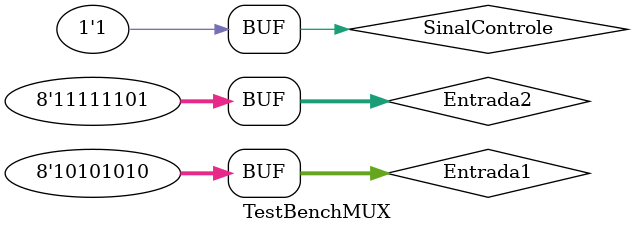
<source format=v>
module TestBenchMUX;
reg [7:0] Entrada1;
reg [7:0] Entrada2;
reg SinalControle;
wire [7:0]Saida;
initial begin
 Entrada1 = 8'b10101010; Entrada2 = 8'b111111101; SinalControle=0;
 #1 Entrada1 = 8'b10101010; Entrada2 = 8'b111111101; SinalControle=1; 
end
initial begin
 $monitor("Time=%0d Entrada1=%b Entrada2=%b SinalControle=%b Saida=%b",
 $time, Entrada1, Entrada2, SinalControle, Saida);
end
MUX MUX1(
 .Entrada1(Entrada1),
 .Entrada2(Entrada2),
 .SinalControle(SinalControle),
 .Saida(Saida)
 );
endmodule

</source>
